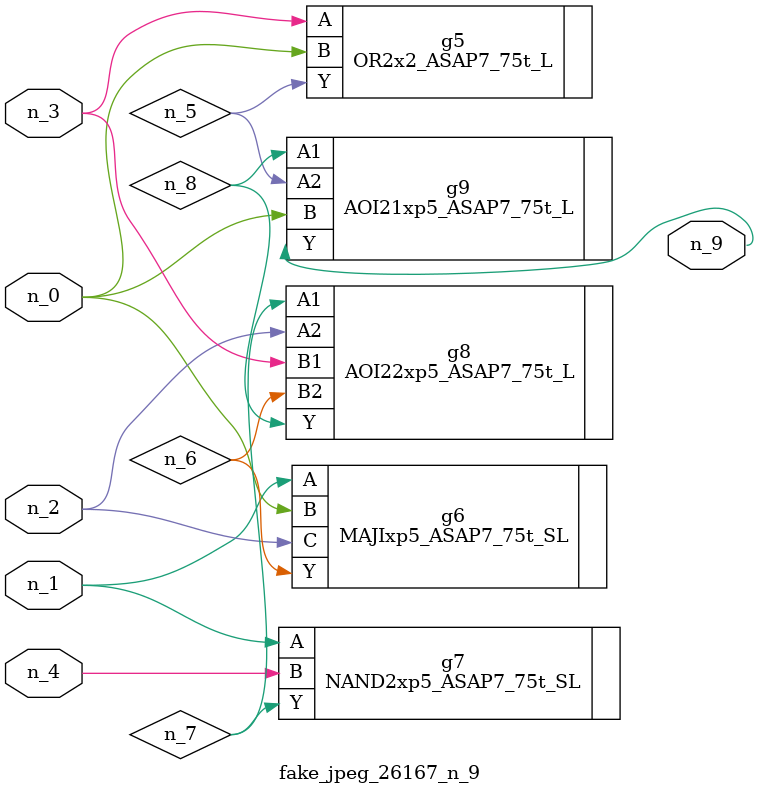
<source format=v>
module fake_jpeg_26167_n_9 (n_3, n_2, n_1, n_0, n_4, n_9);

input n_3;
input n_2;
input n_1;
input n_0;
input n_4;

output n_9;

wire n_8;
wire n_6;
wire n_5;
wire n_7;

OR2x2_ASAP7_75t_L g5 ( 
.A(n_3),
.B(n_0),
.Y(n_5)
);

MAJIxp5_ASAP7_75t_SL g6 ( 
.A(n_1),
.B(n_0),
.C(n_2),
.Y(n_6)
);

NAND2xp5_ASAP7_75t_SL g7 ( 
.A(n_1),
.B(n_4),
.Y(n_7)
);

AOI22xp5_ASAP7_75t_L g8 ( 
.A1(n_7),
.A2(n_2),
.B1(n_3),
.B2(n_6),
.Y(n_8)
);

AOI21xp5_ASAP7_75t_L g9 ( 
.A1(n_8),
.A2(n_5),
.B(n_0),
.Y(n_9)
);


endmodule
</source>
